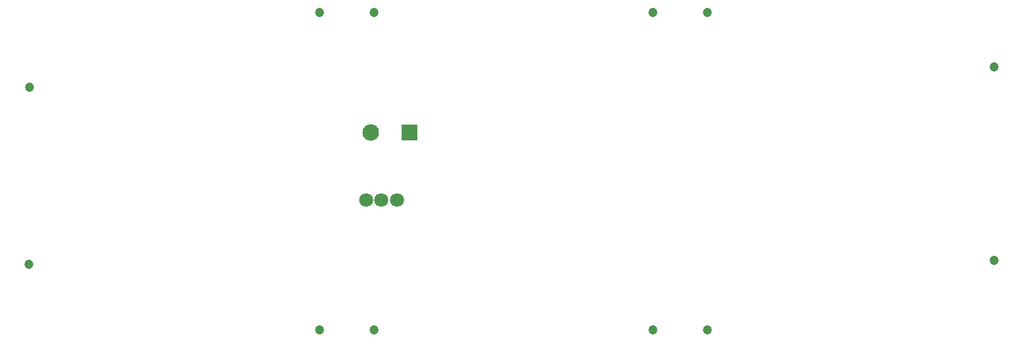
<source format=gbr>
G04 EAGLE Gerber RS-274X export*
G75*
%MOMM*%
%FSLAX34Y34*%
%LPD*%
%INSoldermask Bottom*%
%IPPOS*%
%AMOC8*
5,1,8,0,0,1.08239X$1,22.5*%
G01*
%ADD10C,1.203200*%
%ADD11C,1.803200*%
%ADD12C,2.133600*%
%ADD13R,2.133600X2.133600*%


D10*
X26000Y334000D03*
X25000Y105000D03*
X400000Y430000D03*
X400000Y20000D03*
X470000Y430000D03*
X470000Y20000D03*
X830000Y20000D03*
X830000Y430000D03*
X900000Y430000D03*
X900000Y20000D03*
X1270000Y110000D03*
X1270000Y360000D03*
D11*
X499700Y187600D03*
X479700Y187600D03*
X459700Y187600D03*
D12*
X466000Y275000D03*
D13*
X516000Y275000D03*
M02*

</source>
